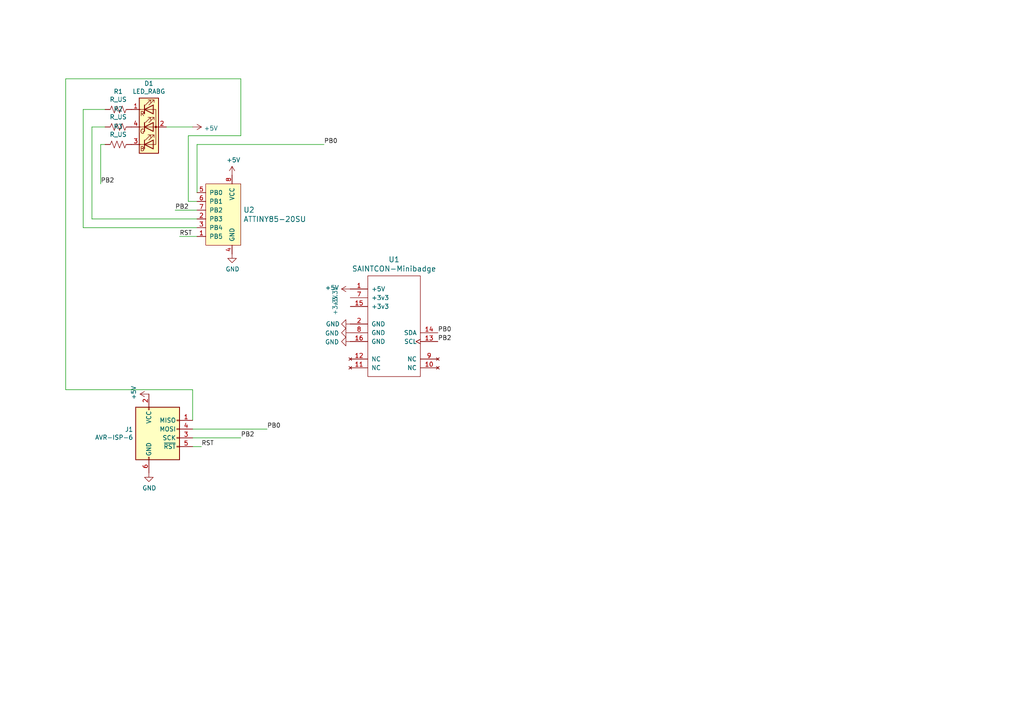
<source format=kicad_sch>
(kicad_sch (version 20211123) (generator eeschema)
  (paper "A4")
  (lib_symbols
    (symbol "DC435-rescue:ATTINY85-20SU-dk_Embedded-Microcontrollers" (pin_names (offset 1.016))
      (property "Reference" "U" (at -5.08 6.35 0))
      (property "Value" "ATTINY85-20SU-dk_Embedded-Microcontrollers" (at 6.35 5.08 90))
      (symbol "ATTINY85-20SU-dk_Embedded-Microcontrollers_0_1"
        (rectangle (start -5.08 5.08) (end 5.08 -12.7) (fill (type background)))
      )
      (symbol "ATTINY85-20SU-dk_Embedded-Microcontrollers_1_1"
        (pin bidirectional line (at -7.62 -10.16 0) (length 2.54) (name "PB5") (number "1"))
        (pin bidirectional line (at -7.62 -5.08 0) (length 2.54) (name "PB3") (number "2"))
        (pin bidirectional line (at -7.62 -7.62 0) (length 2.54) (name "PB4") (number "3"))
        (pin power_in line (at 2.54 -15.24 90) (length 2.54) (name "GND") (number "4"))
        (pin bidirectional line (at -7.62 2.54 0) (length 2.54) (name "PB0") (number "5"))
        (pin bidirectional line (at -7.62 0 0) (length 2.54) (name "PB1") (number "6"))
        (pin bidirectional line (at -7.62 -2.54 0) (length 2.54) (name "PB2") (number "7"))
        (pin power_in line (at 2.54 7.62 270) (length 2.54) (name "VCC") (number "8"))
      )
    )
    (symbol "DC435-rescue:AVR-ISP-6-Connector" (pin_names (offset 1.016))
      (property "Reference" "J" (at 0 10.16 0))
      (property "Value" "AVR-ISP-6-Connector" (at 0 -7.62 0))
      (symbol "AVR-ISP-6-Connector_0_1"
        (rectangle (start -2.667 -5.588) (end -2.413 -6.35))
        (rectangle (start -2.667 8.89) (end -2.413 8.128))
        (rectangle (start 6.35 -2.413) (end 5.588 -2.667))
        (rectangle (start 6.35 0.127) (end 5.588 -0.127))
        (rectangle (start 6.35 2.667) (end 5.588 2.413))
        (rectangle (start 6.35 5.207) (end 5.588 4.953))
        (rectangle (start 6.35 8.89) (end -6.35 -6.35) (stroke (width 0.254)) (fill (type background)))
      )
      (symbol "AVR-ISP-6-Connector_1_1"
        (pin passive line (at 10.16 5.08 180) (length 3.81) (name "MISO") (number "1"))
        (pin power_in line (at -2.54 12.7 270) (length 3.81) (name "VCC") (number "2"))
        (pin passive line (at 10.16 0 180) (length 3.81) (name "SCK") (number "3"))
        (pin passive line (at 10.16 2.54 180) (length 3.81) (name "MOSI") (number "4"))
        (pin passive line (at 10.16 -2.54 180) (length 3.81) (name "~{RST}") (number "5"))
        (pin power_in line (at -2.54 -10.16 90) (length 3.81) (name "GND") (number "6"))
      )
    )
    (symbol "DC435-rescue:SAINTCON-Minibadge-saintcon-minibadge" (pin_names (offset 1.016))
      (property "Reference" "U" (at -6.35 11.43 0))
      (property "Value" "SAINTCON-Minibadge-saintcon-minibadge" (at 1.27 -20.32 0))
      (symbol "SAINTCON-Minibadge-saintcon-minibadge_0_1"
        (rectangle (start -7.62 10.16) (end 7.62 -19.05))
      )
      (symbol "SAINTCON-Minibadge-saintcon-minibadge_1_1"
        (pin power_in line (at -12.7 6.35 0) (length 5.08) (name "+5V") (number "1"))
        (pin no_connect line (at 12.7 -16.51 180) (length 5.08) (name "NC") (number "10"))
        (pin no_connect line (at -12.7 -16.51 0) (length 5.08) (name "NC") (number "11"))
        (pin no_connect line (at -12.7 -13.97 0) (length 5.08) (name "NC") (number "12"))
        (pin input clock (at 12.7 -8.89 180) (length 5.08) (name "SCL") (number "13"))
        (pin bidirectional line (at 12.7 -6.35 180) (length 5.08) (name "SDA") (number "14"))
        (pin power_in line (at -12.7 1.27 0) (length 5.08) (name "+3v3") (number "15"))
        (pin power_in line (at -12.7 -8.89 0) (length 5.08) (name "GND") (number "16"))
        (pin power_in line (at -12.7 -3.81 0) (length 5.08) (name "GND") (number "2"))
        (pin power_in line (at -12.7 3.81 0) (length 5.08) (name "+3v3") (number "7"))
        (pin power_in line (at -12.7 -6.35 0) (length 5.08) (name "GND") (number "8"))
        (pin no_connect line (at 12.7 -13.97 180) (length 5.08) (name "NC") (number "9"))
      )
    )
    (symbol "Device:LED_RABG" (pin_names (offset 0) hide)
      (property "Reference" "D" (at 0 9.398 0))
      (property "Value" "LED_RABG" (at 0 -8.89 0))
      (symbol "LED_RABG_0_0"
        (text "B" (at -1.905 -6.35 0) (effects (font (size 1.27 1.27))))
        (text "G" (at -1.905 -1.27 0) (effects (font (size 1.27 1.27))))
        (text "R" (at -1.905 3.81 0) (effects (font (size 1.27 1.27))))
      )
      (symbol "LED_RABG_0_1"
        (polyline (pts (xy -1.27 -5.08) (xy -2.54 -5.08)))
        (polyline (pts (xy -1.27 -5.08) (xy 1.27 -5.08)))
        (polyline (pts (xy -1.27 -3.81) (xy -1.27 -6.35)) (stroke (width 0.254)))
        (polyline (pts (xy -1.27 0) (xy -2.54 0)))
        (polyline (pts (xy -1.27 1.27) (xy -1.27 -1.27)) (stroke (width 0.254)))
        (polyline (pts (xy -1.27 5.08) (xy -2.54 5.08)))
        (polyline (pts (xy -1.27 5.08) (xy 1.27 5.08)))
        (polyline (pts (xy -1.27 6.35) (xy -1.27 3.81)) (stroke (width 0.254)))
        (polyline (pts (xy 1.27 0) (xy -1.27 0)))
        (polyline (pts (xy 1.27 0) (xy 2.54 0)))
        (polyline (pts (xy -1.27 1.27) (xy -1.27 -1.27) (xy -1.27 -1.27)))
        (polyline (pts (xy -1.27 6.35) (xy -1.27 3.81) (xy -1.27 3.81)))
        (polyline (pts (xy 1.27 -5.08) (xy 2.032 -5.08) (xy 2.032 5.08) (xy 1.27 5.08)))
        (polyline (pts (xy 1.27 -3.81) (xy 1.27 -6.35) (xy -1.27 -5.08) (xy 1.27 -3.81)) (stroke (width 0.254)))
        (polyline (pts (xy 1.27 1.27) (xy 1.27 -1.27) (xy -1.27 0) (xy 1.27 1.27)) (stroke (width 0.254)))
        (polyline (pts (xy 1.27 6.35) (xy 1.27 3.81) (xy -1.27 5.08) (xy 1.27 6.35)) (stroke (width 0.254)))
        (polyline (pts (xy -1.016 -3.81) (xy 0.508 -2.286) (xy -0.254 -2.286) (xy 0.508 -2.286) (xy 0.508 -3.048)))
        (polyline (pts (xy -1.016 1.27) (xy 0.508 2.794) (xy -0.254 2.794) (xy 0.508 2.794) (xy 0.508 2.032)))
        (polyline (pts (xy -1.016 6.35) (xy 0.508 7.874) (xy -0.254 7.874) (xy 0.508 7.874) (xy 0.508 7.112)))
        (polyline (pts (xy 0 -3.81) (xy 1.524 -2.286) (xy 0.762 -2.286) (xy 1.524 -2.286) (xy 1.524 -3.048)))
        (polyline (pts (xy 0 1.27) (xy 1.524 2.794) (xy 0.762 2.794) (xy 1.524 2.794) (xy 1.524 2.032)))
        (polyline (pts (xy 0 6.35) (xy 1.524 7.874) (xy 0.762 7.874) (xy 1.524 7.874) (xy 1.524 7.112)))
        (rectangle (start 1.27 -1.27) (end 1.27 1.27))
        (rectangle (start 1.27 1.27) (end 1.27 1.27))
        (rectangle (start 1.27 3.81) (end 1.27 6.35))
        (rectangle (start 1.27 6.35) (end 1.27 6.35))
        (circle (center 2.032 0) (radius 0.254) (fill (type outline)))
        (rectangle (start 2.794 8.382) (end -2.794 -7.62) (stroke (width 0.254)) (fill (type background)))
      )
      (symbol "LED_RABG_1_1"
        (pin passive line (at -5.08 5.08 0) (length 2.54) (name "RK") (number "1"))
        (pin passive line (at 5.08 0 180) (length 2.54) (name "A") (number "2"))
        (pin passive line (at -5.08 -5.08 0) (length 2.54) (name "BK") (number "3"))
        (pin passive line (at -5.08 0 0) (length 2.54) (name "GK") (number "4"))
      )
    )
    (symbol "Device:R_US" (pin_numbers hide) (pin_names (offset 0))
      (property "Reference" "R" (at 2.54 0 90))
      (property "Value" "R_US" (at -2.54 0 90))
      (symbol "R_US_0_1"
        (polyline (pts (xy 0 -2.286) (xy 0 -2.54)))
        (polyline (pts (xy 0 2.286) (xy 0 2.54)))
        (polyline (pts (xy 0 -0.762) (xy 1.016 -1.143) (xy 0 -1.524) (xy -1.016 -1.905) (xy 0 -2.286)))
        (polyline (pts (xy 0 0.762) (xy 1.016 0.381) (xy 0 0) (xy -1.016 -0.381) (xy 0 -0.762)))
        (polyline (pts (xy 0 2.286) (xy 1.016 1.905) (xy 0 1.524) (xy -1.016 1.143) (xy 0 0.762)))
      )
      (symbol "R_US_1_1"
        (pin passive line (at 0 3.81 270) (length 1.27) (name "~") (number "1"))
        (pin passive line (at 0 -3.81 90) (length 1.27) (name "~") (number "2"))
      )
    )
    (symbol "power:+5V" (power) (pin_names (offset 0))
      (property "Value" "+5V" (at 0 3.556 0))
      (symbol "+5V_0_1"
        (polyline (pts (xy -0.762 1.27) (xy 0 2.54)))
        (polyline (pts (xy 0 0) (xy 0 2.54)))
        (polyline (pts (xy 0 2.54) (xy 0.762 1.27)))
      )
      (symbol "+5V_1_1"
        (pin power_in line (at 0 0 90) (length 0) hide (name "+5V") (number "1"))
      )
    )
    (symbol "power:GND" (power) (pin_names (offset 0))
      (property "Value" "GND" (at 0 -3.81 0))
      (symbol "GND_0_1"
        (polyline (pts (xy 0 0) (xy 0 -1.27) (xy 1.27 -1.27) (xy 0 -2.54) (xy -1.27 -1.27) (xy 0 -1.27)))
      )
      (symbol "GND_1_1"
        (pin power_in line (at 0 0 270) (length 0) hide (name "GND") (number "1"))
      )
    )
  )
  (wire (pts (xy 57.15 41.91) (xy 93.98 41.91)))
  (wire (pts (xy 24.13 66.04) (xy 57.15 66.04)))
  (wire (pts (xy 26.67 63.5) (xy 57.15 63.5)))
  (wire (pts (xy 30.48 41.91) (xy 29.21 41.91)))
  (wire (pts (xy 57.15 55.88) (xy 57.15 41.91)))
  (wire (pts (xy 30.48 31.75) (xy 24.13 31.75)))
  (wire (pts (xy 24.13 31.75) (xy 24.13 66.04)))
  (wire (pts (xy 69.85 39.37) (xy 69.85 22.86)))
  (wire (pts (xy 26.67 36.83) (xy 26.67 63.5)))
  (wire (pts (xy 54.61 39.37) (xy 69.85 39.37)))
  (wire (pts (xy 29.21 41.91) (xy 29.21 53.34)))
  (wire (pts (xy 19.05 113.03) (xy 55.88 113.03)))
  (wire (pts (xy 48.26 36.83) (xy 55.88 36.83)))
  (wire (pts (xy 55.88 127) (xy 69.85 127)))
  (wire (pts (xy 55.88 129.54) (xy 58.42 129.54)))
  (wire (pts (xy 57.15 68.58) (xy 52.07 68.58)))
  (wire (pts (xy 54.61 58.42) (xy 54.61 39.37)))
  (wire (pts (xy 30.48 36.83) (xy 26.67 36.83)))
  (wire (pts (xy 57.15 60.96) (xy 50.8 60.96)))
  (wire (pts (xy 57.15 58.42) (xy 54.61 58.42)))
  (wire (pts (xy 77.47 124.46) (xy 55.88 124.46)))
  (wire (pts (xy 55.88 113.03) (xy 55.88 121.92)))
  (wire (pts (xy 69.85 22.86) (xy 19.05 22.86)))
  (wire (pts (xy 19.05 22.86) (xy 19.05 113.03)))
  (label "PB2" (at 50.8 60.96 0))
  (label "PB0" (at 127 96.52 0))
  (label "RST" (at 58.42 129.54 0))
  (label "PB2" (at 29.21 53.34 0))
  (label "PB0" (at 93.98 41.91 0))
  (label "PB2" (at 127 99.06 0))
  (label "RST" (at 52.07 68.58 0))
  (label "PB0" (at 77.47 124.46 0))
  (label "PB2" (at 69.85 127 0))
  (symbol (lib_id "DC435-rescue:SAINTCON-Minibadge-saintcon-minibadge") (at 114.3 90.17 0) (unit 1)
    (property "Reference" "U1" (at 114.3 75.2602 0) (effects (font (size 1.524 1.524))))
    (property "Value" "SAINTCON-Minibadge" (at 114.3 77.9526 0) (effects (font (size 1.524 1.524))))
    (property "Footprint" "minibadge_kicad:SAINTCON-Minibadge" (effects hide))
  )
  (symbol (lib_id "DC435-rescue:ATTINY85-20SU-dk_Embedded-Microcontrollers") (at 64.77 58.42 0) (unit 1)
    (property "Reference" "U2" (at 70.5612 60.8838 0) (effects (font (size 1.524 1.524)) (justify left)))
    (property "Value" "ATTINY85-20SU" (at 70.5612 63.5762 0) (effects (font (size 1.524 1.524)) (justify left)))
    (property "Footprint" "digikey-footprints:SOIC-8_W5.3mm" (effects hide))
    (property "Datasheet" "http://www.microchip.com/mymicrochip/filehandler.aspx?ddocname=en589894" (effects hide))
    (property "Digi-Key_PN" "ATTINY85-20SU-ND" (effects hide))
    (property "MPN" "ATTINY85-20SU" (effects hide))
    (property "Category" "Integrated Circuits (ICs)" (effects hide))
    (property "Family" "Embedded - Microcontrollers" (effects hide))
    (property "DK_Datasheet_Link" "http://www.microchip.com/mymicrochip/filehandler.aspx?ddocname=en589894" (effects hide))
    (property "DK_Detail_Page" "/product-detail/en/microchip-technology/ATTINY85-20SU/ATTINY85-20SU-ND/735470" (effects hide))
    (property "Description" "IC MCU 8BIT 8KB FLASH 8SOIC" (effects hide))
    (property "Manufacturer" "Microchip Technology" (effects hide))
    (property "Status" "Active" (effects hide))
  )
  (symbol (lib_id "DC435-rescue:AVR-ISP-6-Connector") (at 45.72 127 0) (unit 1)
    (property "Reference" "J1" (at 38.6334 124.5616 0) (effects (justify right)))
    (property "Value" "AVR-ISP-6" (at 38.6334 126.873 0) (effects (justify right)))
    (property "Footprint" "Connector_PinHeader_2.54mm:PinHeader_2x03_P2.54mm_Vertical" (effects hide))
    (property "Datasheet" " ~" (effects hide))
  )
  (symbol (lib_id "Device:LED_RABG") (at 43.18 36.83 0) (unit 1)
    (property "Reference" "D1" (at 43.18 24.2062 0))
    (property "Value" "LED_RABG" (at 43.18 26.5176 0))
    (property "Footprint" "LED_SMD:LED_Avago_PLCC4_3.2x2.8mm_CW" (effects hide))
  )
  (symbol (lib_id "Device:R_US") (at 34.29 31.75 270) (unit 1)
    (property "Reference" "R1" (at 34.29 26.543 90))
    (property "Value" "R_US" (at 34.29 28.8544 90))
    (property "Footprint" "Resistor_SMD:R_1206_3216Metric_Pad1.42x1.75mm_HandSolder" (effects hide))
  )
  (symbol (lib_id "Device:R_US") (at 34.29 36.83 270) (unit 1)
    (property "Reference" "R2" (at 34.29 31.623 90))
    (property "Value" "R_US" (at 34.29 33.9344 90))
    (property "Footprint" "Resistor_SMD:R_1206_3216Metric_Pad1.42x1.75mm_HandSolder" (effects hide))
  )
  (symbol (lib_id "Device:R_US") (at 34.29 41.91 270) (unit 1)
    (property "Reference" "R3" (at 34.29 36.703 90))
    (property "Value" "R_US" (at 34.29 39.0144 90))
    (property "Footprint" "Resistor_SMD:R_1206_3216Metric_Pad1.42x1.75mm_HandSolder" (effects hide))
  )
  (symbol (lib_id "power:+5V") (at 67.31 50.8 0) (unit 1)
    (property "Reference" "#PWR03" (effects hide))
    (property "Value" "+5V" (at 67.691 46.4058 0))
  )
  (symbol (lib_id "DC435-rescue:+3.3V-power") (at 101.6 88.9 90) (unit 1)
    (property "Reference" "#PWR08" (effects hide))
    (property "Value" "+3.3V" (at 97.2058 88.519 0))
  )
  (symbol (lib_id "power:GND") (at 43.18 137.16 0) (unit 1)
    (property "Reference" "#PWR01" (effects hide))
    (property "Value" "GND" (at 43.307 141.5542 0))
  )
  (symbol (lib_id "power:+5V") (at 55.88 36.83 270) (unit 1)
    (property "Reference" "#PWR02" (effects hide))
    (property "Value" "+5V" (at 59.1312 37.211 90) (effects (justify left)))
  )
  (symbol (lib_id "power:GND") (at 67.31 73.66 0) (unit 1)
    (property "Reference" "#PWR04" (effects hide))
    (property "Value" "GND" (at 67.437 78.0542 0))
  )
  (symbol (lib_id "power:GND") (at 101.6 96.52 270) (unit 1)
    (property "Reference" "#PWR06" (effects hide))
    (property "Value" "GND" (at 98.3488 96.647 90) (effects (justify right)))
  )
  (symbol (lib_id "power:GND") (at 101.6 99.06 270) (unit 1)
    (property "Reference" "#PWR07" (effects hide))
    (property "Value" "GND" (at 98.3488 99.187 90) (effects (justify right)))
  )
  (symbol (lib_id "power:GND") (at 101.6 93.98 270) (unit 1)
    (property "Reference" "#PWR05" (effects hide))
    (property "Value" "GND" (at 96.52 93.98 90))
  )
  (symbol (lib_id "power:+5V") (at 43.18 114.3 90) (unit 1)
    (property "Reference" "#PWR?" (effects hide))
    (property "Value" "+5V" (at 38.7858 113.919 0))
  )
  (symbol (lib_id "DC435-rescue:+3.3V-power") (at 101.6 86.36 90) (unit 1)
    (property "Reference" "#PWR?" (effects hide))
    (property "Value" "+3.3V" (at 97.2058 85.979 0))
  )
  (symbol (lib_id "power:+5V") (at 101.6 83.82 90) (unit 1)
    (property "Reference" "#PWR?" (effects hide))
    (property "Value" "+5V" (at 98.3488 83.439 90) (effects (justify left)))
  )
)
</source>
